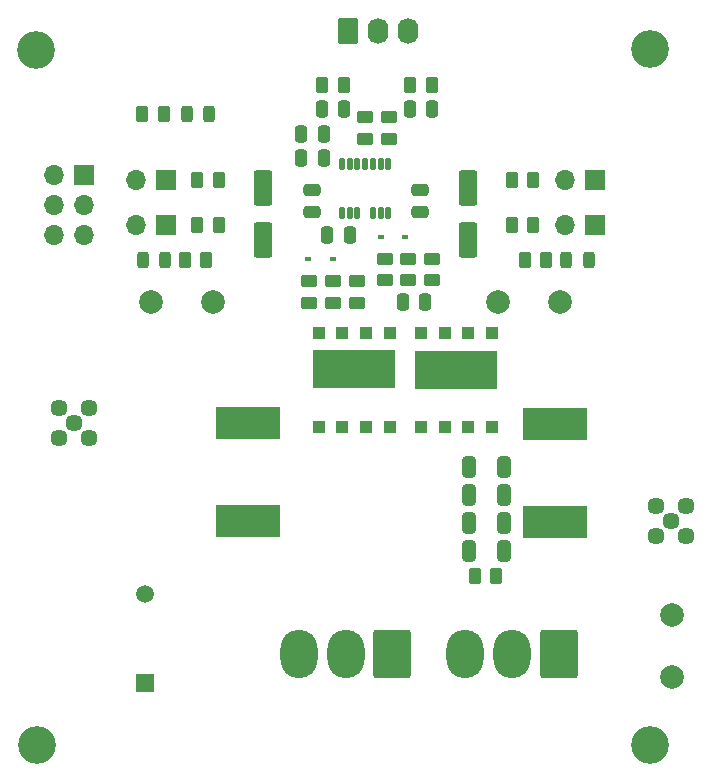
<source format=gbr>
%TF.GenerationSoftware,KiCad,Pcbnew,7.0.9*%
%TF.CreationDate,2024-01-03T10:23:19+05:30*%
%TF.ProjectId,RnD_6th_sem,526e445f-3674-4685-9f73-656d2e6b6963,rev?*%
%TF.SameCoordinates,Original*%
%TF.FileFunction,Soldermask,Top*%
%TF.FilePolarity,Negative*%
%FSLAX46Y46*%
G04 Gerber Fmt 4.6, Leading zero omitted, Abs format (unit mm)*
G04 Created by KiCad (PCBNEW 7.0.9) date 2024-01-03 10:23:19*
%MOMM*%
%LPD*%
G01*
G04 APERTURE LIST*
G04 Aperture macros list*
%AMRoundRect*
0 Rectangle with rounded corners*
0 $1 Rounding radius*
0 $2 $3 $4 $5 $6 $7 $8 $9 X,Y pos of 4 corners*
0 Add a 4 corners polygon primitive as box body*
4,1,4,$2,$3,$4,$5,$6,$7,$8,$9,$2,$3,0*
0 Add four circle primitives for the rounded corners*
1,1,$1+$1,$2,$3*
1,1,$1+$1,$4,$5*
1,1,$1+$1,$6,$7*
1,1,$1+$1,$8,$9*
0 Add four rect primitives between the rounded corners*
20,1,$1+$1,$2,$3,$4,$5,0*
20,1,$1+$1,$4,$5,$6,$7,0*
20,1,$1+$1,$6,$7,$8,$9,0*
20,1,$1+$1,$8,$9,$2,$3,0*%
G04 Aperture macros list end*
%ADD10RoundRect,0.243750X0.243750X0.456250X-0.243750X0.456250X-0.243750X-0.456250X0.243750X-0.456250X0*%
%ADD11RoundRect,0.250000X-0.620000X-0.845000X0.620000X-0.845000X0.620000X0.845000X-0.620000X0.845000X0*%
%ADD12O,1.740000X2.190000*%
%ADD13C,3.200000*%
%ADD14RoundRect,0.250000X-0.262500X-0.450000X0.262500X-0.450000X0.262500X0.450000X-0.262500X0.450000X0*%
%ADD15R,1.700000X1.700000*%
%ADD16O,1.700000X1.700000*%
%ADD17R,1.500000X1.500000*%
%ADD18C,1.500000*%
%ADD19RoundRect,0.250000X0.550000X-1.250000X0.550000X1.250000X-0.550000X1.250000X-0.550000X-1.250000X0*%
%ADD20RoundRect,0.101600X-0.175000X0.400000X-0.175000X-0.400000X0.175000X-0.400000X0.175000X0.400000X0*%
%ADD21RoundRect,0.250000X0.262500X0.450000X-0.262500X0.450000X-0.262500X-0.450000X0.262500X-0.450000X0*%
%ADD22RoundRect,0.250000X-0.250000X-0.475000X0.250000X-0.475000X0.250000X0.475000X-0.250000X0.475000X0*%
%ADD23RoundRect,0.250000X0.325000X0.650000X-0.325000X0.650000X-0.325000X-0.650000X0.325000X-0.650000X0*%
%ADD24C,2.000000*%
%ADD25C,1.446000*%
%ADD26RoundRect,0.250000X-0.450000X0.262500X-0.450000X-0.262500X0.450000X-0.262500X0.450000X0.262500X0*%
%ADD27R,1.000000X1.000000*%
%ADD28R,6.940000X3.200000*%
%ADD29RoundRect,0.250000X0.250000X0.475000X-0.250000X0.475000X-0.250000X-0.475000X0.250000X-0.475000X0*%
%ADD30R,5.450000X2.700000*%
%ADD31R,0.600000X0.450000*%
%ADD32RoundRect,0.250000X1.330000X1.800000X-1.330000X1.800000X-1.330000X-1.800000X1.330000X-1.800000X0*%
%ADD33O,3.160000X4.100000*%
%ADD34RoundRect,0.243750X-0.243750X-0.456250X0.243750X-0.456250X0.243750X0.456250X-0.243750X0.456250X0*%
%ADD35RoundRect,0.250000X-0.475000X0.250000X-0.475000X-0.250000X0.475000X-0.250000X0.475000X0.250000X0*%
G04 APERTURE END LIST*
D10*
%TO.C,D5*%
X125462500Y-58310000D03*
X123587500Y-58310000D03*
%TD*%
D11*
%TO.C,J2*%
X137235000Y-51330000D03*
D12*
X139775000Y-51330000D03*
X142315000Y-51330000D03*
%TD*%
D13*
%TO.C,H3*%
X162794466Y-52874466D03*
%TD*%
D14*
%TO.C,R16*%
X142492500Y-55910000D03*
X144317500Y-55910000D03*
%TD*%
D15*
%TO.C,J6*%
X121855000Y-67760000D03*
D16*
X119315000Y-67760000D03*
%TD*%
D17*
%TO.C,C10*%
X120030000Y-106510000D03*
D18*
X120030000Y-99010000D03*
%TD*%
D14*
%TO.C,R12*%
X123412500Y-70710000D03*
X125237500Y-70710000D03*
%TD*%
D19*
%TO.C,C16*%
X130025000Y-69010000D03*
X130025000Y-64610000D03*
%TD*%
D20*
%TO.C,IC1*%
X140642500Y-62545000D03*
X139992500Y-62545000D03*
X139342500Y-62545000D03*
X138692500Y-62545000D03*
X138042500Y-62545000D03*
X137392500Y-62545000D03*
X136742500Y-62545000D03*
X136742500Y-66695000D03*
X137392500Y-66695000D03*
X138042500Y-66695000D03*
X139342500Y-66695000D03*
X139992500Y-66695000D03*
X140642500Y-66695000D03*
%TD*%
D21*
%TO.C,R8*%
X149792500Y-97460000D03*
X147967500Y-97460000D03*
%TD*%
D22*
%TO.C,C1*%
X133275000Y-62110000D03*
X135175000Y-62110000D03*
%TD*%
D23*
%TO.C,C9*%
X150430000Y-88260000D03*
X147480000Y-88260000D03*
%TD*%
D24*
%TO.C,TP5*%
X149980000Y-74260000D03*
%TD*%
D25*
%TO.C,J9*%
X164550000Y-92780000D03*
X163280000Y-91510000D03*
X163280000Y-94050000D03*
X165820000Y-94050000D03*
X165820000Y-91510000D03*
%TD*%
D14*
%TO.C,FB2*%
X124467500Y-63970000D03*
X126292500Y-63970000D03*
%TD*%
D26*
%TO.C,R13*%
X138675000Y-58597500D03*
X138675000Y-60422500D03*
%TD*%
%TO.C,R1*%
X138030000Y-72497500D03*
X138030000Y-74322500D03*
%TD*%
%TO.C,R3*%
X140342500Y-70597500D03*
X140342500Y-72422500D03*
%TD*%
D23*
%TO.C,C8*%
X150430000Y-90610000D03*
X147480000Y-90610000D03*
%TD*%
D10*
%TO.C,D6*%
X157610000Y-70710000D03*
X155735000Y-70710000D03*
%TD*%
D24*
%TO.C,TP4*%
X164680000Y-100760000D03*
%TD*%
D21*
%TO.C,R10*%
X121637500Y-58310000D03*
X119812500Y-58310000D03*
%TD*%
D27*
%TO.C,Q1*%
X143420000Y-84890000D03*
X145420000Y-84890000D03*
X147420000Y-84890000D03*
X149420000Y-84890000D03*
X149420000Y-76890000D03*
X147420000Y-76890000D03*
X145420000Y-76890000D03*
X143420000Y-76890000D03*
D28*
X146420000Y-79990000D03*
%TD*%
D26*
%TO.C,R2*%
X142342500Y-70597500D03*
X142342500Y-72422500D03*
%TD*%
D15*
%TO.C,J7*%
X121855000Y-63970000D03*
D16*
X119315000Y-63970000D03*
%TD*%
D26*
%TO.C,R5*%
X144342500Y-70597500D03*
X144342500Y-72422500D03*
%TD*%
D29*
%TO.C,C14*%
X144375000Y-57910000D03*
X142475000Y-57910000D03*
%TD*%
D14*
%TO.C,FB1*%
X151117500Y-63970000D03*
X152942500Y-63970000D03*
%TD*%
%TO.C,FB4*%
X151117500Y-67760000D03*
X152942500Y-67760000D03*
%TD*%
D26*
%TO.C,R4*%
X135980000Y-72497500D03*
X135980000Y-74322500D03*
%TD*%
D21*
%TO.C,R11*%
X154025000Y-70710000D03*
X152200000Y-70710000D03*
%TD*%
D22*
%TO.C,C13*%
X135005000Y-57910000D03*
X136905000Y-57910000D03*
%TD*%
D15*
%TO.C,J4*%
X114880000Y-63530000D03*
D16*
X112340000Y-63530000D03*
X114880000Y-66070000D03*
X112340000Y-66070000D03*
X114880000Y-68610000D03*
X112340000Y-68610000D03*
%TD*%
D15*
%TO.C,J5*%
X158130000Y-67760000D03*
D16*
X155590000Y-67760000D03*
%TD*%
D29*
%TO.C,C5*%
X143780000Y-74260000D03*
X141880000Y-74260000D03*
%TD*%
D30*
%TO.C,R9*%
X128780000Y-84510000D03*
X128780000Y-92810000D03*
%TD*%
D13*
%TO.C,H4*%
X110808932Y-52888932D03*
%TD*%
D27*
%TO.C,Q2*%
X134760000Y-84860000D03*
X136760000Y-84860000D03*
X138760000Y-84860000D03*
X140760000Y-84860000D03*
X140760000Y-76860000D03*
X138760000Y-76860000D03*
X136760000Y-76860000D03*
X134760000Y-76860000D03*
D28*
X137760000Y-79960000D03*
%TD*%
D31*
%TO.C,D2*%
X135980000Y-70610000D03*
X133880000Y-70610000D03*
%TD*%
D29*
%TO.C,C4*%
X137392500Y-68610000D03*
X135492500Y-68610000D03*
%TD*%
D32*
%TO.C,J3*%
X141000000Y-104060000D03*
D33*
X137040000Y-104060000D03*
X133080000Y-104060000D03*
%TD*%
D26*
%TO.C,R14*%
X140675000Y-58597500D03*
X140675000Y-60422500D03*
%TD*%
D24*
%TO.C,TP2*%
X125780000Y-74260000D03*
%TD*%
D25*
%TO.C,J10*%
X114050000Y-84530000D03*
X112780000Y-83260000D03*
X112780000Y-85800000D03*
X115320000Y-85800000D03*
X115320000Y-83260000D03*
%TD*%
D34*
%TO.C,D7*%
X119900000Y-70710000D03*
X121775000Y-70710000D03*
%TD*%
D21*
%TO.C,R15*%
X136887500Y-55910000D03*
X135062500Y-55910000D03*
%TD*%
D24*
%TO.C,TP1*%
X155230000Y-74260000D03*
%TD*%
D23*
%TO.C,C7*%
X150430000Y-95310000D03*
X147480000Y-95310000D03*
%TD*%
D30*
%TO.C,R7*%
X154780000Y-84620000D03*
X154780000Y-92920000D03*
%TD*%
D31*
%TO.C,D1*%
X139997500Y-68760000D03*
X142097500Y-68760000D03*
%TD*%
D32*
%TO.C,J1*%
X155100000Y-104060000D03*
D33*
X151140000Y-104060000D03*
X147180000Y-104060000D03*
%TD*%
D13*
%TO.C,H1*%
X162780000Y-111810000D03*
%TD*%
D35*
%TO.C,C3*%
X134225000Y-64760000D03*
X134225000Y-66660000D03*
%TD*%
D22*
%TO.C,C11*%
X133275000Y-60010000D03*
X135175000Y-60010000D03*
%TD*%
D15*
%TO.C,J8*%
X158125000Y-63970000D03*
D16*
X155585000Y-63970000D03*
%TD*%
D24*
%TO.C,TP6*%
X164680000Y-106010000D03*
%TD*%
D21*
%TO.C,FB3*%
X126292500Y-67760000D03*
X124467500Y-67760000D03*
%TD*%
D35*
%TO.C,C2*%
X143375000Y-64760000D03*
X143375000Y-66660000D03*
%TD*%
D24*
%TO.C,TP3*%
X120530000Y-74260000D03*
%TD*%
D19*
%TO.C,C15*%
X147362500Y-69010000D03*
X147362500Y-64610000D03*
%TD*%
D13*
%TO.C,H2*%
X110880000Y-111810000D03*
%TD*%
D23*
%TO.C,C6*%
X150430000Y-92960000D03*
X147480000Y-92960000D03*
%TD*%
D26*
%TO.C,R6*%
X133930000Y-72497500D03*
X133930000Y-74322500D03*
%TD*%
M02*

</source>
